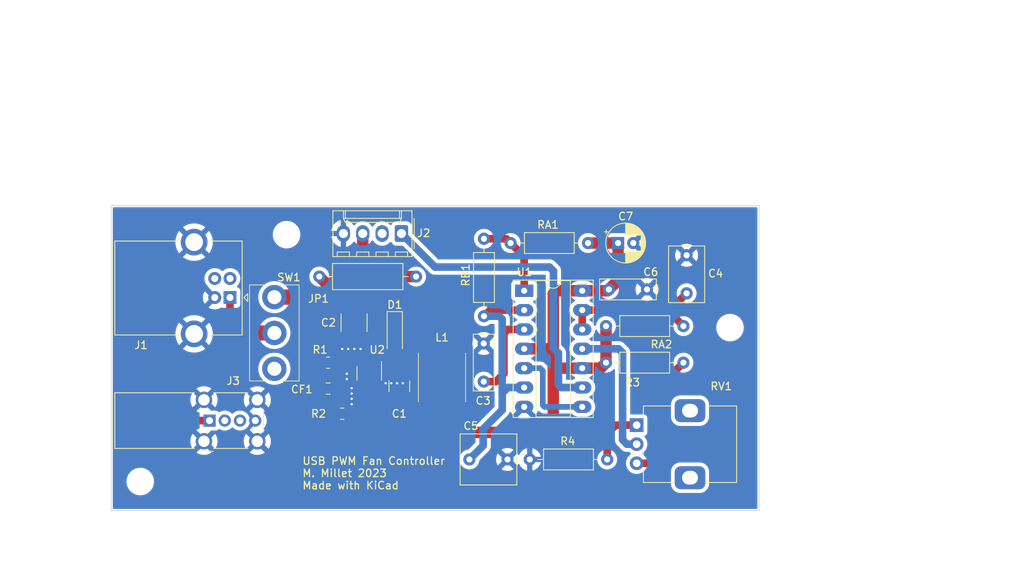
<source format=kicad_pcb>
(kicad_pcb (version 20221018) (generator pcbnew)
  (title_block (title "Usb Air extractor PCB") (date "13/03/2023") (rev "1.1"))
  (layers (0 "F.Cu" signal) (31 "B.Cu" signal) (34 "B.Paste" user) (35 "F.Paste" user) (36 "B.SilkS" user "B.Silkscreen") (37 "F.SilkS" user "F.Silkscreen") (38 "B.Mask" user) (39 "F.Mask" user) (44 "Edge.Cuts" user))
  (net 0 "")
  (net 1 "VCC")
  (net 2 "GND")
  (net 3 "+12V")
  (net 4 "Net-(U1A-CV)")
  (net 5 "Net-(U1B-DIS)")
  (net 6 "Net-(U1A-THR)")
  (net 7 "Net-(U2-FB)")
  (net 8 "Net-(D1-A)")
  (net 9 "PWM")
  (net 11 "Net-(J2-Pin_3)")
  (net 14 "Net-(U1A-DIS)")
  (net 15 "Net-(U1B-CV)")
  (net 16 "Net-(U1A-Q)")
  (net 17 "Net-(J1-VBUS)")
  (net 20 "Net-(R3-Pad2)")
  (net 21 "Net-(R4-Pad1)")
  (footprint "Resistor_THT:R_Axial_DIN0207_L6.3mm_D2.5mm_P10.16mm_Horizontal" (layer "F.Cu") (at 134.925 80.6)
    (fp_text reference "R3" (at 3.48 2.6) (layer "F.SilkS") (effects (font (thickness 0.16))))
    (fp_text value "1.5k")
    (fp_line (start 1.04 0) (end 1.81 0) (stroke (width 0.12)) (layer "F.SilkS"))
    (fp_line (start 1.81 -1.37) (end 1.81 1.37) (stroke (width 0.12)) (layer "F.SilkS"))
    (fp_line (start 1.81 1.37) (end 8.35 1.37) (stroke (width 0.12)) (layer "F.SilkS"))
    (fp_line (start 8.35 -1.37) (end 1.81 -1.37) (stroke (width 0.12)) (layer "F.SilkS"))
    (fp_line (start 8.35 1.37) (end 8.35 -1.37) (stroke (width 0.12)) (layer "F.SilkS"))
    (fp_line (start 9.12 0) (end 8.35 0) (stroke (width 0.12)) (layer "F.SilkS"))
    (pad "1" thru_hole circle (at 0 0) (size 1.6 1.6) (drill 0.8) (layers "*.Cu" "*.Mask") (net 1 "VCC"))
    (pad "2" thru_hole oval (at 10.16 0) (size 1.6 1.6) (drill 0.8) (layers "*.Cu" "*.Mask") (net 20 "Net-(R3-Pad2)"))
  )
  (footprint "Resistor_THT:R_Axial_DIN0207_L6.3mm_D2.5mm_P10.16mm_Horizontal" (layer "F.Cu") (at 134.925 75.8)
    (fp_text reference "RA2" (at 7.275 2.4) (layer "F.SilkS") (effects (font (thickness 0.16))))
    (fp_text value "22k")
    (fp_line (start 1.04 0) (end 1.81 0) (stroke (width 0.12)) (layer "F.SilkS"))
    (fp_line (start 1.81 -1.37) (end 1.81 1.37) (stroke (width 0.12)) (layer "F.SilkS"))
    (fp_line (start 1.81 1.37) (end 8.35 1.37) (stroke (width 0.12)) (layer "F.SilkS"))
    (fp_line (start 8.35 -1.37) (end 1.81 -1.37) (stroke (width 0.12)) (layer "F.SilkS"))
    (fp_line (start 8.35 1.37) (end 8.35 -1.37) (stroke (width 0.12)) (layer "F.SilkS"))
    (fp_line (start 9.12 0) (end 8.35 0) (stroke (width 0.12)) (layer "F.SilkS"))
    (pad "1" thru_hole circle (at 0 0) (size 1.6 1.6) (drill 0.8) (layers "*.Cu" "*.Mask") (net 1 "VCC"))
    (pad "2" thru_hole oval (at 10.16 0) (size 1.6 1.6) (drill 0.8) (layers "*.Cu" "*.Mask") (net 5 "Net-(U1B-DIS)"))
  )
  (footprint "Connector_USB:USB_B_OST_USB-B1HSxx_Horizontal" (layer "F.Cu") (at 85.5775 72.05 180)
    (fp_text reference "J1" (at 11.6775 -6.25) (layer "F.SilkS") (effects (font (thickness 0.16))))
    (fp_text value "USB_B")
    (fp_line (start -2.32 -0.5) (end -2.32 0.5) (stroke (width 0.12)) (layer "F.SilkS"))
    (fp_line (start -2.32 0.5) (end -1.82 0) (stroke (width 0.12)) (layer "F.SilkS"))
    (fp_line (start -1.82 0) (end -2.32 -0.5) (stroke (width 0.12)) (layer "F.SilkS"))
    (fp_line (start -1.6 -4.91) (end -1.6 7.41) (stroke (width 0.12)) (layer "F.SilkS"))
    (fp_line (start -1.6 7.41) (end 2.66 7.41) (stroke (width 0.12)) (layer "F.SilkS"))
    (fp_line (start 2.66 -4.91) (end -1.6 -4.91) (stroke (width 0.12)) (layer "F.SilkS"))
    (fp_line (start 6.76 -4.91) (end 15.12 -4.91) (stroke (width 0.12)) (layer "F.SilkS"))
    (fp_line (start 15.12 -4.91) (end 15.12 7.41) (stroke (width 0.12)) (layer "F.SilkS"))
    (fp_line (start 15.12 7.41) (end 6.76 7.41) (stroke (width 0.12)) (layer "F.SilkS"))
    (pad "1" thru_hole rect (at 0 0 180) (size 1.7 1.7) (drill 0.92) (layers "*.Cu" "*.Mask") (net 17 "Net-(J1-VBUS)"))
    (pad "2" thru_hole circle (at 0 2.5 180) (size 1.7 1.7) (drill 0.92) (layers "*.Cu" "*.Mask"))
    (pad "3" thru_hole circle (at 2 2.5 180) (size 1.7 1.7) (drill 0.92) (layers "*.Cu" "*.Mask"))
    (pad "4" thru_hole circle (at 2 0 180) (size 1.7 1.7) (drill 0.92) (layers "*.Cu" "*.Mask") (net 2 "GND"))
    (pad "5" thru_hole circle (at 4.71 -4.77 180) (size 3.5 3.5) (drill 2.33) (layers "*.Cu" "*.Mask") (net 2 "GND"))
    (pad "5" thru_hole circle (at 4.71 7.27 180) (size 3.5 3.5) (drill 2.33) (layers "*.Cu" "*.Mask") (net 2 "GND"))
  )
  (footprint "Package_DIP:DIP-14_W7.62mm_Socket_LongPads" (layer "F.Cu") (at 124.185 71.16)
    (fp_text reference "U1" (at 0.02 -2.46) (layer "F.SilkS") (effects (font (thickness 0.16))))
    (fp_text value "NE556")
    (fp_line (start -1.44 -1.39) (end -1.44 16.63) (stroke (width 0.12)) (layer "F.SilkS"))
    (fp_line (start -1.44 16.63) (end 9.06 16.63) (stroke (width 0.12)) (layer "F.SilkS"))
    (fp_line (start 1.56 -1.33) (end 1.56 16.57) (stroke (width 0.12)) (layer "F.SilkS"))
    (fp_line (start 1.56 16.57) (end 6.06 16.57) (stroke (width 0.12)) (layer "F.SilkS"))
    (fp_line (start 2.81 -1.33) (end 1.56 -1.33) (stroke (width 0.12)) (layer "F.SilkS"))
    (fp_line (start 6.06 -1.33) (end 4.81 -1.33) (stroke (width 0.12)) (layer "F.SilkS"))
    (fp_line (start 6.06 16.57) (end 6.06 -1.33) (stroke (width 0.12)) (layer "F.SilkS"))
    (fp_line (start 9.06 -1.39) (end -1.44 -1.39) (stroke (width 0.12)) (layer "F.SilkS"))
    (fp_line (start 9.06 16.63) (end 9.06 -1.39) (stroke (width 0.12)) (layer "F.SilkS"))
    (fp_arc (start 4.81 -1.33) (mid 3.81 -0.33) (end 2.81 -1.33) (stroke (width 0.12)) (layer "F.SilkS"))
    (pad "1" thru_hole rect (at 0 0) (size 2.4 1.6) (drill 0.8) (layers "*.Cu" "*.Mask") (net 14 "Net-(U1A-DIS)"))
    (pad "2" thru_hole oval (at 0 2.54) (size 2.4 1.6) (drill 0.8) (layers "*.Cu" "*.Mask") (net 6 "Net-(U1A-THR)"))
    (pad "3" thru_hole oval (at 0 5.08) (size 2.4 1.6) (drill 0.8) (layers "*.Cu" "*.Mask") (net 4 "Net-(U1A-CV)"))
    (pad "4" thru_hole oval (at 0 7.62) (size 2.4 1.6) (drill 0.8) (layers "*.Cu" "*.Mask") (net 1 "VCC"))
    (pad "5" thru_hole oval (at 0 10.16) (size 2.4 1.6) (drill 0.8) (layers "*.Cu" "*.Mask") (net 16 "Net-(U1A-Q)"))
    (pad "6" thru_hole oval (at 0 12.7) (size 2.4 1.6) (drill 0.8) (layers "*.Cu" "*.Mask") (net 6 "Net-(U1A-THR)"))
    (pad "7" thru_hole oval (at 0 15.24) (size 2.4 1.6) (drill 0.8) (layers "*.Cu" "*.Mask") (net 2 "GND"))
    (pad "8" thru_hole oval (at 7.62 15.24) (size 2.4 1.6) (drill 0.8) (layers "*.Cu" "*.Mask") (net 16 "Net-(U1A-Q)"))
    (pad "9" thru_hole oval (at 7.62 12.7) (size 2.4 1.6) (drill 0.8) (layers "*.Cu" "*.Mask") (net 9 "PWM"))
    (pad "10" thru_hole oval (at 7.62 10.16) (size 2.4 1.6) (drill 0.8) (layers "*.Cu" "*.Mask") (net 1 "VCC"))
    (pad "11" thru_hole oval (at 7.62 7.62) (size 2.4 1.6) (drill 0.8) (layers "*.Cu" "*.Mask") (net 15 "Net-(U1B-CV)"))
    (pad "12" thru_hole oval (at 7.62 5.08) (size 2.4 1.6) (drill 0.8) (layers "*.Cu" "*.Mask") (net 5 "Net-(U1B-DIS)"))
    (pad "13" thru_hole oval (at 7.62 2.54) (size 2.4 1.6) (drill 0.8) (layers "*.Cu" "*.Mask") (net 5 "Net-(U1B-DIS)"))
    (pad "14" thru_hole oval (at 7.62 0) (size 2.4 1.6) (drill 0.8) (layers "*.Cu" "*.Mask") (net 1 "VCC"))
  )
  (footprint "Connector_Molex:Molex_KK-254_AE-6410-04A_1x04_P2.54mm_Vertical" (layer "F.Cu") (at 108.08 63.65 180)
    (fp_text reference "J2" (at -2.92 0.05) (layer "F.SilkS") (effects (font (thickness 0.16))))
    (fp_text value "Molex 2.54mm")
    (fp_line (start -1.67 -2) (end -1.67 2) (stroke (width 0.12)) (layer "F.SilkS"))
    (fp_line (start -1.38 -3.03) (end -1.38 2.99) (stroke (width 0.12)) (layer "F.SilkS"))
    (fp_line (start -1.38 2.99) (end 9 2.99) (stroke (width 0.12)) (layer "F.SilkS"))
    (fp_line (start -0.8 -3.03) (end -0.8 -2.43) (stroke (width 0.12)) (layer "F.SilkS"))
    (fp_line (start -0.8 -2.43) (end 0.8 -2.43) (stroke (width 0.12)) (layer "F.SilkS"))
    (fp_line (start 0 1.99) (end 0.25 1.46) (stroke (width 0.12)) (layer "F.SilkS"))
    (fp_line (start 0 1.99) (end 7.62 1.99) (stroke (width 0.12)) (layer "F.SilkS"))
    (fp_line (start 0 2.99) (end 0 1.99) (stroke (width 0.12)) (layer "F.SilkS"))
    (fp_line (start 0.25 1.46) (end 7.37 1.46) (stroke (width 0.12)) (layer "F.SilkS"))
    (fp_line (start 0.25 2.99) (end 0.25 1.99) (stroke (width 0.12)) (layer "F.SilkS"))
    (fp_line (start 0.8 -2.43) (end 0.8 -3.03) (stroke (width 0.12)) (layer "F.SilkS"))
    (fp_line (start 1.74 -3.03) (end 1.74 -2.43) (stroke (width 0.12)) (layer "F.SilkS"))
    (fp_line (start 1.74 -2.43) (end 3.34 -2.43) (stroke (width 0.12)) (layer "F.SilkS"))
    (fp_line (start 3.34 -2.43) (end 3.34 -3.03) (stroke (width 0.12)) (layer "F.SilkS"))
    (fp_line (start 4.28 -3.03) (end 4.28 -2.43) (stroke (width 0.12)) (layer "F.SilkS"))
    (fp_line (start 4.28 -2.43) (end 5.88 -2.43) (stroke (width 0.12)) (layer "F.SilkS"))
    (fp_line (start 5.88 -2.43) (end 5.88 -3.03) (stroke (width 0.12)) (layer "F.SilkS"))
    (fp_line (start 6.82 -3.03) (end 6.82 -2.43) (stroke (width 0.12)) (layer "F.SilkS"))
    (fp_line (start 6.82 -2.43) (end 8.42 -2.43) (stroke (width 0.12)) (layer "F.SilkS"))
    (fp_line (start 7.37 1.46) (end 7.62 1.99) (stroke (width 0.12)) (layer "F.SilkS"))
    (fp_line (start 7.37 2.99) (end 7.37 1.99) (stroke (width 0.12)) (layer "F.SilkS"))
    (fp_line (start 7.62 1.99) (end 7.62 2.99) (stroke (width 0.12)) (layer "F.SilkS"))
    (fp_line (start 8.42 -2.43) (end 8.42 -3.03) (stroke (width 0.12)) (layer "F.SilkS"))
    (fp_line (start 9 -3.03) (end -1.38 -3.03) (stroke (width 0.12)) (layer "F.SilkS"))
    (fp_line (start 9 2.99) (end 9 -3.03) (stroke (width 0.12)) (layer "F.SilkS"))
    (pad "1" thru_hole roundrect (at 0 0 180) (size 1.74 2.19) (drill 1.19) (layers "*.Cu" "*.Mask") (roundrect_rratio 0.1436781609) (net 9 "PWM"))
    (pad "2" thru_hole oval (at 2.54 0 180) (size 1.74 2.19) (drill 1.19) (layers "*.Cu" "*.Mask"))
    (pad "3" thru_hole oval (at 5.08 0 180) (size 1.74 2.19) (drill 1.19) (layers "*.Cu" "*.Mask") (net 11 "Net-(J2-Pin_3)"))
    (pad "4" thru_hole oval (at 7.62 0 180) (size 1.74 2.19) (drill 1.19) (layers "*.Cu" "*.Mask") (net 2 "GND"))
  )
  (footprint "MountingHole:MountingHole_3.2mm_M3" (layer "F.Cu") (at 73.8 96.2)
    (fp_text reference "REF**" hide)
    (fp_text value "MountingHole_3.2mm_M3")
    (pad "" np_thru_hole circle (at 0 0) (size 3.2 3.2) (drill 3.2) (layers "*.Cu" "*.Mask"))
  )
  (footprint "Connector_USB:USB_A_Wuerth_614004134726_Horizontal" (layer "F.Cu") (at 82.89 88.2)
    (fp_text reference "J3" (at 3.11 -5.2) (layer "F.SilkS") (effects (font (thickness 0.16))))
    (fp_text value "USB_A")
    (fp_line (start -12.43 -3.65) (end -12.43 3.65) (stroke (width 0.12)) (layer "F.SilkS"))
    (fp_line (start -12.43 -3.65) (end -1.98 -3.65) (stroke (width 0.12)) (layer "F.SilkS"))
    (fp_line (start -12.43 3.65) (end -1.98 3.65) (stroke (width 0.12)) (layer "F.SilkS"))
    (fp_line (start -0.5 4.03) (end 0.5 4.03) (stroke (width 0.12)) (layer "F.SilkS"))
    (fp_line (start 0.52 -3.65) (end 5.02 -3.65) (stroke (width 0.12)) (layer "F.SilkS"))
    (fp_line (start 0.52 3.65) (end 5.02 3.65) (stroke (width 0.12)) (layer "F.SilkS"))
    (fp_line (start 7.07 -1.5) (end 7.07 1.5) (stroke (width 0.12)) (layer "F.SilkS"))
    (pad "1" thru_hole rect (at 0 0) (size 1.6 1.6) (drill 0.92) (layers "*.Cu" "*.Mask") (net 17 "Net-(J1-VBUS)"))
    (pad "2" thru_hole circle (at 2 0) (size 1.6 1.6) (drill 0.92) (layers "*.Cu" "*.Mask"))
    (pad "3" thru_hole circle (at 4 0) (size 1.6 1.6) (drill 0.92) (layers "*.Cu" "*.Mask"))
    (pad "4" thru_hole circle (at 6 0) (size 1.6 1.6) (drill 0.92) (layers "*.Cu" "*.Mask") (net 2 "GND"))
    (pad "5" thru_hole circle (at -0.73 -2.72) (size 2.15 2.15) (drill 1.5) (layers "*.Cu" "*.Mask") (net 2 "GND"))
    (pad "5" thru_hole circle (at -0.73 2.72) (size 2.15 2.15) (drill 1.5) (layers "*.Cu" "*.Mask") (net 2 "GND"))
    (pad "5" thru_hole circle (at 6.27 -2.72) (size 2.15 2.15) (drill 1.5) (layers "*.Cu" "*.Mask") (net 2 "GND"))
    (pad "5" thru_hole circle (at 6.27 2.72) (size 2.15 2.15) (drill 1.5) (layers "*.Cu" "*.Mask") (net 2 "GND"))
  )
  (footprint "Capacitor_THT:C_Rect_L7.2mm_W4.5mm_P5.00mm_FKS2_FKP2_MKS2_MKP2" (layer "F.Cu") (at 145.505 71.5 90)
    (fp_text reference "C4" (at 2.6 3.8 180) (layer "F.SilkS") (effects (font (thickness 0.16))))
    (fp_text value "4.7n")
    (fp_line (start -1.22 -2.37) (end -1.22 2.37) (stroke (width 0.12)) (layer "F.SilkS"))
    (fp_line (start -1.22 -2.37) (end 6.22 -2.37) (stroke (width 0.12)) (layer "F.SilkS"))
    (fp_line (start -1.22 2.37) (end 6.22 2.37) (stroke (width 0.12)) (layer "F.SilkS"))
    (fp_line (start 6.22 -2.37) (end 6.22 2.37) (stroke (width 0.12)) (layer "F.SilkS"))
    (pad "1" thru_hole circle (at 0 0 90) (size 1.6 1.6) (drill 0.8) (layers "*.Cu" "*.Mask") (net 5 "Net-(U1B-DIS)"))
    (pad "2" thru_hole circle (at 5 0 90) (size 1.6 1.6) (drill 0.8) (layers "*.Cu" "*.Mask") (net 2 "GND"))
  )
  (footprint "MountingHole:MountingHole_3.2mm_M3" (layer "F.Cu") (at 151.2 76)
    (fp_text reference "REF**" hide)
    (fp_text value "MountingHole_3.2mm_M3")
    (pad "" np_thru_hole circle (at 0 0) (size 3.2 3.2) (drill 3.2) (layers "*.Cu" "*.Mask"))
  )
  (footprint "Resistor_THT:R_Axial_DIN0309_L9.0mm_D3.2mm_P12.70mm_Horizontal" (layer "F.Cu") (at 97.3 69.3)
    (fp_text reference "JP1" (at -0.1 2.9) (layer "F.SilkS") (effects (font (thickness 0.16))))
    (fp_text value "Jumper_2_Bridged")
    (fp_line (start 1.04 0) (end 1.73 0) (stroke (width 0.12)) (layer "F.SilkS"))
    (fp_line (start 1.73 -1.72) (end 1.73 1.72) (stroke (width 0.12)) (layer "F.SilkS"))
    (fp_line (start 1.73 1.72) (end 10.97 1.72) (stroke (width 0.12)) (layer "F.SilkS"))
    (fp_line (start 10.97 -1.72) (end 1.73 -1.72) (stroke (width 0.12)) (layer "F.SilkS"))
    (fp_line (start 10.97 1.72) (end 10.97 -1.72) (stroke (width 0.12)) (layer "F.SilkS"))
    (fp_line (start 11.66 0) (end 10.97 0) (stroke (width 0.12)) (layer "F.SilkS"))
    (pad "1" thru_hole circle (at 0 0) (size 1.6 1.6) (drill 0.8) (layers "*.Cu" "*.Mask") (net 3 "+12V"))
    (pad "2" thru_hole oval (at 12.7 0) (size 1.6 1.6) (drill 0.8) (layers "*.Cu" "*.Mask") (net 11 "Net-(J2-Pin_3)"))
  )
  (footprint "Potentiometer_THT:Potentiometer_Alps_RK09K_Single_Vertical" (layer "F.Cu") (at 138.95 88.8)
    (fp_text reference "RV1" (at 11.1 -5.1) (layer "F.SilkS") (effects (font (thickness 0.16))))
    (fp_text value "10K")
    (fp_line (start 0.88 -2.521) (end 0.88 -1.2) (stroke (width 0.12)) (layer "F.SilkS"))
    (fp_line (start 0.88 -2.521) (end 4.817 -2.521) (stroke (width 0.12)) (layer "F.SilkS"))
    (fp_line (start 0.88 1.25) (end 0.88 1.63) (stroke (width 0.12)) (layer "F.SilkS"))
    (fp_line (start 0.88 3.371) (end 0.88 4.13) (stroke (width 0.12)) (layer "F.SilkS"))
    (fp_line (start 0.88 5.87) (end 0.88 7.52) (stroke (width 0.12)) (layer "F.SilkS"))
    (fp_line (start 0.88 7.52) (end 4.817 7.52) (stroke (width 0.12)) (layer "F.SilkS"))
    (fp_line (start 9.184 -2.521) (end 13.12 -2.521) (stroke (width 0.12)) (layer "F.SilkS"))
    (fp_line (start 9.184 7.52) (end 13.12 7.52) (stroke (width 0.12)) (layer "F.SilkS"))
    (fp_line (start 13.12 -2.521) (end 13.12 7.52) (stroke (width 0.12)) (layer "F.SilkS"))
    (pad "1" thru_hole rect (at 0 0) (size 1.8 1.8) (drill 1) (layers "*.Cu" "*.Mask") (net 21 "Net-(R4-Pad1)"))
    (pad "2" thru_hole circle (at 0 2.5) (size 1.8 1.8) (drill 1) (layers "*.Cu" "*.Mask") (net 15 "Net-(U1B-CV)"))
    (pad "3" thru_hole circle (at 0 5) (size 1.8 1.8) (drill 1) (layers "*.Cu" "*.Mask") (net 20 "Net-(R3-Pad2)"))
    (pad "MP" thru_hole roundrect (at 7 -1.9) (size 4 3) (drill oval 2.1 1.8) (layers "*.Cu" "*.Mask"))
    (pad "MP" thru_hole roundrect (at 7 6.9) (size 4 3) (drill oval 2.1 1.8) (layers "*.Cu" "*.Mask"))
  )
  (footprint "Capacitor_THT:C_Rect_L7.2mm_W2.5mm_P5.00mm_FKS2_FKP2_MKS2_MKP2" (layer "F.Cu") (at 118.88 83.085 90)
    (fp_text reference "C3" (at -2.515 -0.08 180) (layer "F.SilkS") (effects (font (thickness 0.16))))
    (fp_text value "100nf")
    (fp_line (start -1.22 -1.37) (end -1.22 1.37) (stroke (width 0.12)) (layer "F.SilkS"))
    (fp_line (start -1.22 -1.37) (end 6.22 -1.37) (stroke (width 0.12)) (layer "F.SilkS"))
    (fp_line (start -1.22 1.37) (end 6.22 1.37) (stroke (width 0.12)) (layer "F.SilkS"))
    (fp_line (start 6.22 -1.37) (end 6.22 1.37) (stroke (width 0.12)) (layer "F.SilkS"))
    (pad "1" thru_hole circle (at 0 0 90) (size 1.6 1.6) (drill 0.8) (layers "*.Cu" "*.Mask") (net 4 "Net-(U1A-CV)"))
    (pad "2" thru_hole circle (at 5 0 90) (size 1.6 1.6) (drill 0.8) (layers "*.Cu" "*.Mask") (net 2 "GND"))
  )
  (footprint "Capacitor_THT:CP_Radial_D5.0mm_P2.00mm" (layer "F.Cu") (at 136.505 64.9)
    (fp_text reference "C7" (at 1 -3.5) (layer "F.SilkS") (effects (font (thickness 0.16))))
    (fp_text value "2.2uF")
    (fp_line (start -1.804775 -1.475) (end -1.304775 -1.475) (stroke (width 0.12)) (layer "F.SilkS"))
    (fp_line (start -1.554775 -1.725) (end -1.554775 -1.225) (stroke (width 0.12)) (layer "F.SilkS"))
    (fp_line (start 1 -2.58) (end 1 -1.04) (stroke (width 0.12)) (layer "F.SilkS"))
    (fp_line (start 1 1.04) (end 1 2.58) (stroke (width 0.12)) (layer "F.SilkS"))
    (fp_line (start 1.04 -2.58) (end 1.04 -1.04) (stroke (width 0.12)) (layer "F.SilkS"))
    (fp_line (start 1.04 1.04) (end 1.04 2.58) (stroke (width 0.12)) (layer "F.SilkS"))
    (fp_line (start 1.08 -2.579) (end 1.08 -1.04) (stroke (width 0.12)) (layer "F.SilkS"))
    (fp_line (start 1.08 1.04) (end 1.08 2.579) (stroke (width 0.12)) (layer "F.SilkS"))
    (fp_line (start 1.12 -2.578) (end 1.12 -1.04) (stroke (width 0.12)) (layer "F.SilkS"))
    (fp_line (start 1.12 1.04) (end 1.12 2.578) (stroke (width 0.12)) (layer "F.SilkS"))
    (fp_line (start 1.16 -2.576) (end 1.16 -1.04) (stroke (width 0.12)) (layer "F.SilkS"))
    (fp_line (start 1.16 1.04) (end 1.16 2.576) (stroke (width 0.12)) (layer "F.SilkS"))
    (fp_line (start 1.2 -2.573) (end 1.2 -1.04) (stroke (width 0.12)) (layer "F.SilkS"))
    (fp_line (start 1.2 1.04) (end 1.2 2.573) (stroke (width 0.12)) (layer "F.SilkS"))
    (fp_line (start 1.24 -2.569) (end 1.24 -1.04) (stroke (width 0.12)) (layer "F.SilkS"))
    (fp_line (start 1.24 1.04) (end 1.24 2.569) (stroke (width 0.12)) (layer "F.SilkS"))
    (fp_line (start 1.28 -2.565) (end 1.28 -1.04) (stroke (width 0.12)) (layer "F.SilkS"))
    (fp_line (start 1.28 1.04) (end 1.28 2.565) (stroke (width 0.12)) (layer "F.SilkS"))
    (fp_line (start 1.32 -2.561) (end 1.32 -1.04) (stroke (width 0.12)) (layer "F.SilkS"))
    (fp_line (start 1.32 1.04) (end 1.32 2.561) (stroke (width 0.12)) (layer "F.SilkS"))
    (fp_line (start 1.36 -2.556) (end 1.36 -1.04) (stroke (width 0.12)) (layer "F.SilkS"))
    (fp_line (start 1.36 1.04) (end 1.36 2.556) (stroke (width 0.12)) (layer "F.SilkS"))
    (fp_line (start 1.4 -2.55) (end 1.4 -1.04) (stroke (width 0.12)) (layer "F.SilkS"))
    (fp_line (start 1.4 1.04) (end 1.4 2.55) (stroke (width 0.12)) (layer "F.SilkS"))
    (fp_line (start 1.44 -2.543) (end 1.44 -1.04) (stroke (width 0.12)) (layer "F.SilkS"))
    (fp_line (start 1.44 1.04) (end 1.44 2.543) (stroke (width 0.12)) (layer "F.SilkS"))
    (fp_line (start 1.48 -2.536) (end 1.48 -1.04) (stroke (width 0.12)) (layer "F.SilkS"))
    (fp_line (start 1.48 1.04) (end 1.48 2.536) (stroke (width 0.12)) (layer "F.SilkS"))
    (fp_line (start 1.52 -2.528) (end 1.52 -1.04) (stroke (width 0.12)) (layer "F.SilkS"))
    (fp_line (start 1.52 1.04) (end 1.52 2.528) (stroke (width 0.12)) (layer "F.SilkS"))
    (fp_line (start 1.56 -2.52) (end 1.56 -1.04) (stroke (width 0.12)) (layer "F.SilkS"))
    (fp_line (start 1.56 1.04) (end 1.56 2.52) (stroke (width 0.12)) (layer "F.SilkS"))
    (fp_line (start 1.6 -2.511) (end 1.6 -1.04) (stroke (width 0.12)) (layer "F.SilkS"))
    (fp_line (start 1.6 1.04) (end 1.6 2.511) (stroke (width 0.12)) (layer "F.SilkS"))
    (fp_line (start 1.64 -2.501) (end 1.64 -1.04) (stroke (width 0.12)) (layer "F.SilkS"))
    (fp_line (start 1.64 1.04) (end 1.64 2.501) (stroke (width 0.12)) (layer "F.SilkS"))
    (fp_line (start 1.68 -2.491) (end 1.68 -1.04) (stroke (width 0.12)) (layer "F.SilkS"))
    (fp_line (start 1.68 1.04) (end 1.68 2.491) (stroke (width 0.12)) (layer "F.SilkS"))
    (fp_line (start 1.721 -2.48) (end 1.721 -1.04) (stroke (width 0.12)) (layer "F.SilkS"))
    (fp_line (start 1.721 1.04) (end 1.721 2.48) (stroke (width 0.12)) (layer "F.SilkS"))
    (fp_line (start 1.761 -2.468) (end 1.761 -1.04) (stroke (width 0.12)) (layer "F.SilkS"))
    (fp_line (start 1.761 1.04) (end 1.761 2.468) (stroke (width 0.12)) (layer "F.SilkS"))
    (fp_line (start 1.801 -2.455) (end 1.801 -1.04) (stroke (width 0.12)) (layer "F.SilkS"))
    (fp_line (start 1.801 1.04) (end 1.801 2.455) (stroke (width 0.12)) (layer "F.SilkS"))
    (fp_line (start 1.841 -2.442) (end 1.841 -1.04) (stroke (width 0.12)) (layer "F.SilkS"))
    (fp_line (start 1.841 1.04) (end 1.841 2.442) (stroke (width 0.12)) (layer "F.SilkS"))
    (fp_line (start 1.881 -2.428) (end 1.881 -1.04) (stroke (width 0.12)) (layer "F.SilkS"))
    (fp_line (start 1.881 1.04) (end 1.881 2.428) (stroke (width 0.12)) (layer "F.SilkS"))
    (fp_line (start 1.921 -2.414) (end 1.921 -1.04) (stroke (width 0.12)) (layer "F.SilkS"))
    (fp_line (start 1.921 1.04) (end 1.921 2.414) (stroke (width 0.12)) (layer "F.SilkS"))
    (fp_line (start 1.961 -2.398) (end 1.961 -1.04) (stroke (width 0.12)) (layer "F.SilkS"))
    (fp_line (start 1.961 1.04) (end 1.961 2.398) (stroke (width 0.12)) (layer "F.SilkS"))
    (fp_line (start 2.001 -2.382) (end 2.001 -1.04) (stroke (width 0.12)) (layer "F.SilkS"))
    (fp_line (start 2.001 1.04) (end 2.001 2.382) (stroke (width 0.12)) (layer "F.SilkS"))
    (fp_line (start 2.041 -2.365) (end 2.041 -1.04) (stroke (width 0.12)) (layer "F.SilkS"))
    (fp_line (start 2.041 1.04) (end 2.041 2.365) (stroke (width 0.12)) (layer "F.SilkS"))
    (fp_line (start 2.081 -2.348) (end 2.081 -1.04) (stroke (width 0.12)) (layer "F.SilkS"))
    (fp_line (start 2.081 1.04) (end 2.081 2.348) (stroke (width 0.12)) (layer "F.SilkS"))
    (fp_line (start 2.121 -2.329) (end 2.121 -1.04) (stroke (width 0.12)) (layer "F.SilkS"))
    (fp_line (start 2.121 1.04) (end 2.121 2.329) (stroke (width 0.12)) (layer "F.SilkS"))
    (fp_line (start 2.161 -2.31) (end 2.161 -1.04) (stroke (width 0.12)) (layer "F.SilkS"))
    (fp_line (start 2.161 1.04) (end 2.161 2.31) (stroke (width 0.12)) (layer "F.SilkS"))
    (fp_line (start 2.201 -2.29) (end 2.201 -1.04) (stroke (width 0.12)) (layer "F.SilkS"))
    (fp_line (start 2.201 1.04) (end 2.201 2.29) (stroke (width 0.12)) (layer "F.SilkS"))
    (fp_line (start 2.241 -2.268) (end 2.241 -1.04) (stroke (width 0.12)) (layer "F.SilkS"))
    (fp_line (start 2.241 1.04) (end 2.241 2.268) (stroke (width 0.12)) (layer "F.SilkS"))
    (fp_line (start 2.281 -2.247) (end 2.281 -1.04) (stroke (width 0.12)) (layer "F.SilkS"))
    (fp_line (start 2.281 1.04) (end 2.281 2.247) (stroke (width 0.12)) (layer "F.SilkS"))
    (fp_line (start 2.321 -2.224) (end 2.321 -1.04) (stroke (width 0.12)) (layer "F.SilkS"))
    (fp_line (start 2.321 1.04) (end 2.321 2.224) (stroke (width 0.12)) (layer "F.SilkS"))
    (fp_line (start 2.361 -2.2) (end 2.361 -1.04) (stroke (width 0.12)) (layer "F.SilkS"))
    (fp_line (start 2.361 1.04) (end 2.361 2.2) (stroke (width 0.12)) (layer "F.SilkS"))
    (fp_line (start 2.401 -2.175) (end 2.401 -1.04) (stroke (width 0.12)) (layer "F.SilkS"))
    (fp_line (start 2.401 1.04) (end 2.401 2.175) (stroke (width 0.12)) (layer "F.SilkS"))
    (fp_line (start 2.441 -2.149) (end 2.441 -1.04) (stroke (width 0.12)) (layer "F.SilkS"))
    (fp_line (start 2.441 1.04) (end 2.441 2.149) (stroke (width 0.12)) (layer "F.SilkS"))
    (fp_line (start 2.481 -2.122) (end 2.481 -1.04) (stroke (width 0.12)) (layer "F.SilkS"))
    (fp_line (start 2.481 1.04) (end 2.481 2.122) (stroke (width 0.12)) (layer "F.SilkS"))
    (fp_line (start 2.521 -2.095) (end 2.521 -1.04) (stroke (width 0.12)) (layer "F.SilkS"))
    (fp_line (start 2.521 1.04) (end 2.521 2.095) (stroke (width 0.12)) (layer "F.SilkS"))
    (fp_line (start 2.561 -2.065) (end 2.561 -1.04) (stroke (width 0.12)) (layer "F.SilkS"))
    (fp_line (start 2.561 1.04) (end 2.561 2.065) (stroke (width 0.12)) (layer "F.SilkS"))
    (fp_line (start 2.601 -2.035) (end 2.601 -1.04) (stroke (width 0.12)) (layer "F.SilkS"))
    (fp_line (start 2.601 1.04) (end 2.601 2.035) (stroke (width 0.12)) (layer "F.SilkS"))
    (fp_line (start 2.641 -2.004) (end 2.641 -1.04) (stroke (width 0.12)) (layer "F.SilkS"))
    (fp_line (start 2.641 1.04) (end 2.641 2.004) (stroke (width 0.12)) (layer "F.SilkS"))
    (fp_line (start 2.681 -1.971) (end 2.681 -1.04) (stroke (width 0.12)) (layer "F.SilkS"))
    (fp_line (start 2.681 1.04) (end 2.681 1.971) (stroke (width 0.12)) (layer "F.SilkS"))
    (fp_line (start 2.721 -1.937) (end 2.721 -1.04) (stroke (width 0.12)) (layer "F.SilkS"))
    (fp_line (start 2.721 1.04) (end 2.721 1.937) (stroke (width 0.12)) (layer "F.SilkS"))
    (fp_line (start 2.761 -1.901) (end 2.761 -1.04) (stroke (width 0.12)) (layer "F.SilkS"))
    (fp_line (start 2.761 1.04) (end 2.761 1.901) (stroke (width 0.12)) (layer "F.SilkS"))
    (fp_line (start 2.801 -1.864) (end 2.801 -1.04) (stroke (width 0.12)) (layer "F.SilkS"))
    (fp_line (start 2.801 1.04) (end 2.801 1.864) (stroke (width 0.12)) (layer "F.SilkS"))
    (fp_line (start 2.841 -1.826) (end 2.841 -1.04) (stroke (width 0.12)) (layer "F.SilkS"))
    (fp_line (start 2.841 1.04) (end 2.841 1.826) (stroke (width 0.12)) (layer "F.SilkS"))
    (fp_line (start 2.881 -1.785) (end 2.881 -1.04) (stroke (width 0.12)) (layer "F.SilkS"))
    (fp_line (start 2.881 1.04) (end 2.881 1.785) (stroke (width 0.12)) (layer "F.SilkS"))
    (fp_line (start 2.921 -1.743) (end 2.921 -1.04) (stroke (width 0.12)) (layer "F.SilkS"))
    (fp_line (start 2.921 1.04) (end 2.921 1.743) (stroke (width 0.12)) (layer "F.SilkS"))
    (fp_line (start 2.961 -1.699) (end 2.961 -1.04) (stroke (width 0.12)) (layer "F.SilkS"))
    (fp_line (start 2.961 1.04) (end 2.961 1.699) (stroke (width 0.12)) (layer "F.SilkS"))
    (fp_line (start 3.001 -1.653) (end 3.001 -1.04) (stroke (width 0.12)) (layer "F.SilkS"))
    (fp_line (start 3.001 1.04) (end 3.001 1.653) (stroke (width 0.12)) (layer "F.SilkS"))
    (fp_line (start 3.041 -1.605) (end 3.041 1.605) (stroke (width 0.12)) (layer "F.SilkS"))
    (fp_line (start 3.081 -1.554) (end 3.081 1.554) (stroke (width 0.12)) (layer "F.SilkS"))
    (fp_line (start 3.121 -1.5) (end 3.121 1.5) (stroke (width 0.12)) (layer "F.SilkS"))
    (fp_line (start 3.161 -1.443) (end 3.161 1.443) (stroke (width 0.12)) (layer "F.SilkS"))
    (fp_line (start 3.201 -1.383) (end 3.201 1.383) (stroke (width 0.12)) (layer "F.SilkS"))
    (fp_line (start 3.241 -1.319) (end 3.241 1.319) (stroke (width 0.12)) (layer "F.SilkS"))
    (fp_line (start 3.281 -1.251) (end 3.281 1.251) (stroke (width 0.12)) (layer "F.SilkS"))
    (fp_line (start 3.321 -1.178) (end 3.321 1.178) (stroke (width 0.12)) (layer "F.SilkS"))
    (fp_line (start 3.361 -1.098) (end 3.361 1.098) (stroke (width 0.12)) (layer "F.SilkS"))
    (fp_line (start 3.401 -1.011) (end 3.401 1.011) (stroke (width 0.12)) (layer "F.SilkS"))
    (fp_line (start 3.441 -0.915) (end 3.441 0.915) (stroke (width 0.12)) (layer "F.SilkS"))
    (fp_line (start 3.481 -0.805) (end 3.481 0.805) (stroke (width 0.12)) (layer "F.SilkS"))
    (fp_line (start 3.521 -0.677) (end 3.521 0.677) (stroke (width 0.12)) (layer "F.SilkS"))
    (fp_line (start 3.561 -0.518) (end 3.561 0.518) (stroke (width 0.12)) (layer "F.SilkS"))
    (fp_line (start 3.601 -0.284) (end 3.601 0.284) (stroke (width 0.12)) (layer "F.SilkS"))
    (fp_circle (center 1 0) (end 3.62 0) (stroke (width 0.12)) (fill none) (layer "F.SilkS"))
    (pad "1" thru_hole rect (at 0 0) (size 1.6 1.6) (drill 0.8) (layers "*.Cu" "*.Mask") (net 1 "VCC"))
    (pad "2" thru_hole circle (at 2 0) (size 1.6 1.6) (drill 0.8) (layers "*.Cu" "*.Mask") (net 2 "GND"))
  )
  (footprint "Button_Switch_THT:SW_DIP_SPDT_P4.7" (layer "F.Cu") (at 91.4 76.7 90)
    (fp_text reference "SW1" (at 7.3 1.9 unlocked) (layer "F.SilkS") (effects (font (thickness 0.16))))
    (fp_text value "SW_SPDT")
    (fp_line (start -6.3 -3.25) (end 6.3 -3.25) (stroke (width 0.1)) (layer "F.SilkS"))
    (fp_line (start -6.3 -1) (end -6.3 -3.25) (stroke (width 0.1)) (layer "F.SilkS"))
    (fp_line (start -6.3 1) (end -6.3 3.25) (stroke (width 0.1)) (layer "F.SilkS"))
    (fp_line (start -6.3 3.25) (end 6.3 3.25) (stroke (width 0.1)) (layer "F.SilkS"))
    (fp_line (start 6.3 -3.25) (end 6.3 -1) (stroke (width 0.1)) (layer "F.SilkS"))
    (fp_line (start 6.3 3.25) (end 6.3 1) (stroke (width 0.1)) (layer "F.SilkS"))
    (pad "1" thru_hole circle (at -4.7 0 90) (size 3.2 3.2) (drill 1.85) (layers "*.Cu" "*.Mask"))
    (pad "2" thru_hole circle (at 0 0 90) (size 3.2 3.2) (drill 1.85) (layers "*.Cu" "*.Mask") (net 17 "Net-(J1-VBUS)"))
    (pad "3" thru_hole circle (at 4.7 0 90) (size 3.2 3.2) (drill 1.85) (layers "*.Cu" "*.Mask") (net 1 "VCC"))
  )
  (footprint "Resistor_THT:R_Axial_DIN0207_L6.3mm_D2.5mm_P10.16mm_Horizontal" (layer "F.Cu") (at 118.905 64.34 -90)
    (fp_text reference "RB1" (at 4.76 2.4 90) (layer "F.SilkS") (effects (font (thickness 0.16))))
    (fp_text value "220")
    (fp_line (start 1.04 0) (end 1.81 0) (stroke (width 0.12)) (layer "F.SilkS"))
    (fp_line (start 1.81 -1.37) (end 1.81 1.37) (stroke (width 0.12)) (layer "F.SilkS"))
    (fp_line (start 1.81 1.37) (end 8.35 1.37) (stroke (width 0.12)) (layer "F.SilkS"))
    (fp_line (start 8.35 -1.37) (end 1.81 -1.37) (stroke (width 0.12)) (layer "F.SilkS"))
    (fp_line (start 8.35 1.37) (end 8.35 -1.37) (stroke (width 0.12)) (layer "F.SilkS"))
    (fp_line (start 9.12 0) (end 8.35 0) (stroke (width 0.12)) (layer "F.SilkS"))
    (pad "1" thru_hole circle (at 0 0 270) (size 1.6 1.6) (drill 0.8) (layers "*.Cu" "*.Mask") (net 14 "Net-(U1A-DIS)"))
    (pad "2" thru_hole oval (at 10.16 0 270) (size 1.6 1.6) (drill 0.8) (layers "*.Cu" "*.Mask") (net 6 "Net-(U1A-THR)"))
  )
  (footprint "MountingHole:MountingHole_3.2mm_M3" (layer "F.Cu") (at 93 63.8)
    (fp_text reference "REF**" hide)
    (fp_text value "MountingHole_3.2mm_M3")
    (pad "" np_thru_hole circle (at 0 0) (size 3.2 3.2) (drill 3.2) (layers "*.Cu" "*.Mask"))
  )
  (footprint "Diode_SMD:D_SOD-123_Handsoldering" (layer "F.Cu") (at 107.2 76.75 -90)
    (fp_text reference "D1" (at -3.75 0) (layer "F.SilkS") (effects (font (thickness 0.16))))
    (fp_text value "MBR0520")
    (fp_line (start -2.85 -1) (end -2.85 1) (stroke (width 0.12)) (layer "F.SilkS"))
    (fp_line (start -2.85 -1) (end 2 -1) (stroke (width 0.12)) (layer "F.SilkS"))
    (fp_line (start -2.85 1) (end 2 1) (stroke (width 0.12)) (layer "F.SilkS"))
    (pad "1" smd roundrect (at -1.9 0 270) (size 1.4 1.2) (layers "F.Cu" "F.Paste" "F.Mask") (net 3 "+12V"))
    (pad "2" smd roundrect (at 1.9 0 270) (size 1.4 1.2) (layers "F.Cu" "F.Paste" "F.Mask") (net 8 "Net-(D1-A)"))
  )
  (footprint "Capacitor_THT:C_Rect_L7.2mm_W6.5mm_P5.00mm_FKS2_FKP2_MKS2_MKP2" (layer "F.Cu") (at 117 93.3)
    (fp_text reference "C5" (at 0.2 -4.4) (layer "F.SilkS") (effects (font (thickness 0.16))))
    (fp_text value "10nF")
    (fp_line (start -1.22 -3.35) (end -1.22 3.35) (stroke (width 0.12)) (layer "F.SilkS"))
    (fp_line (start -1.22 -3.35) (end 6.22 -3.35) (stroke (width 0.12)) (layer "F.SilkS"))
    (fp_line (start -1.22 3.35) (end 6.22 3.35) (stroke (width 0.12)) (layer "F.SilkS"))
    (fp_line (start 6.22 -3.35) (end 6.22 3.35) (stroke (width 0.12)) (layer "F.SilkS"))
    (pad "1" thru_hole circle (at 0 0) (size 1.6 1.6) (drill 0.8) (layers "*.Cu" "*.Mask") (net 6 "Net-(U1A-THR)"))
    (pad "2" thru_hole circle (at 5 0) (size 1.6 1.6) (drill 0.8) (layers "*.Cu" "*.Mask") (net 2 "GND"))
  )
  (footprint "Package_TO_SOT_SMD:SOT-23-5_HandSoldering" (layer "F.Cu") (at 103.85 82 -90)
    (fp_text reference "U2" (at -3.1 -1.05 180) (layer "F.SilkS") (effects (font (thickness 0.16))))
    (fp_text value "LM2731XMF")
    (fp_line (start -0.9 1.61) (end 0.9 1.61) (stroke (width 0.12)) (layer "F.SilkS"))
    (fp_line (start 0.9 -1.61) (end -1.55 -1.61) (stroke (width 0.12)) (layer "F.SilkS"))
    (pad "1" smd rect (at -1.35 -0.95 270) (size 1.56 0.65) (layers "F.Cu" "F.Paste" "F.Mask") (net 8 "Net-(D1-A)"))
    (pad "2" smd rect (at -1.35 0 270) (size 1.56 0.65) (layers "F.Cu" "F.Paste" "F.Mask") (net 2 "GND"))
    (pad "3" smd rect (at -1.35 0.95 270) (size 1.56 0.65) (layers "F.Cu" "F.Paste" "F.Mask") (net 7 "Net-(U2-FB)"))
    (pad "4" smd rect (at 1.35 0.95 270) (size 1.56 0.65) (layers "F.Cu" "F.Paste" "F.Mask") (net 1 "VCC"))
    (pad "5" smd rect (at 1.35 -0.95 270) (size 1.56 0.65) (layers "F.Cu" "F.Paste" "F.Mask") (net 1 "VCC"))
  )
  (footprint "Resistor_THT:R_Axial_DIN0207_L6.3mm_D2.5mm_P10.16mm_Horizontal" (layer "F.Cu") (at 135.08 93.3 180)
    (fp_text reference "R4" (at 5.18 2.4) (layer "F.SilkS") (effects (font (thickness 0.16))))
    (fp_text value "1k")
    (fp_line (start 1.04 0) (end 1.81 0) (stroke (width 0.12)) (layer "F.SilkS"))
    (fp_line (start 1.81 -1.37) (end 1.81 1.37) (stroke (width 0.12)) (layer "F.SilkS"))
    (fp_line (start 1.81 1.37) (end 8.35 1.37) (stroke (width 0.12)) (layer "F.SilkS"))
    (fp_line (start 8.35 -1.37) (end 1.81 -1.37) (stroke (width 0.12)) (layer "F.SilkS"))
    (fp_line (start 8.35 1.37) (end 8.35 -1.37) (stroke (width 0.12)) (layer "F.SilkS"))
    (fp_line (start 9.12 0) (end 8.35 0) (stroke (width 0.12)) (layer "F.SilkS"))
    (pad "1" thru_hole circle (at 0 0 180) (size 1.6 1.6) (drill 0.8) (layers "*.Cu" "*.Mask") (net 21 "Net-(R4-Pad1)"))
    (pad "2" thru_hole oval (at 10.16 0 180) (size 1.6 1.6) (drill 0.8) (layers "*.Cu" "*.Mask") (net 2 "GND"))
  )
  (footprint "Inductor_SMD:L_Fastron_242408_FPS_Handsoldering" (layer "F.Cu") (at 113.4 82.55 90)
    (fp_text reference "L1" (at 5.25 0 unlocked) (layer "F.SilkS") (effects (font (thickness 0.16))))
    (fp_text value "10uh")
    (fp_line (start -3.2 -3.1) (end 3.2 -3.1) (stroke (width 0.1)) (layer "F.SilkS"))
    (fp_line (start -3.2 3.1) (end 3.2 3.1) (stroke (width 0.1)) (layer "F.SilkS"))
    (pad "1" smd rect (at -2.85 0 90) (size 2.6 5.7) (layers "F.Cu" "F.Paste" "F.Mask") (net 1 "VCC"))
    (pad "2" smd rect (at 2.85 0 90) (size 2.6 5.7) (layers "F.Cu" "F.Paste" "F.Mask") (net 8 "Net-(D1-A)"))
  )
  (footprint "Resistor_THT:R_Axial_DIN0207_L6.3mm_D2.5mm_P10.16mm_Horizontal" (layer "F.Cu") (at 132.565 64.9 180)
    (fp_text reference "RA1" (at 5.26 2.4) (layer "F.SilkS") (effects (font (thickness 0.16))))
    (fp_text value "22k")
    (fp_line (start 1.04 0) (end 1.81 0) (stroke (width 0.12)) (layer "F.SilkS"))
    (fp_line (start 1.81 -1.37) (end 1.81 1.37) (stroke (width 0.12)) (layer "F.SilkS"))
    (fp_line (start 1.81 1.37) (end 8.35 1.37) (stroke (width 0.12)) (layer "F.SilkS"))
    (fp_line (start 8.35 -1.37) (end 1.81 -1.37) (stroke (width 0.12)) (layer "F.SilkS"))
    (fp_line (start 8.35 1.37) (end 8.35 -1.37) (stroke (width 0.12)) (layer "F.SilkS"))
    (fp_line (start 9.12 0) (end 8.35 0) (stroke (width 0.12)) (layer "F.SilkS"))
    (pad "1" thru_hole circle (at 0 0 180) (size 1.6 1.6) (drill 0.8) (layers "*.Cu" "*.Mask") (net 1 "VCC"))
    (pad "2" thru_hole oval (at 10.16 0 180) (size 1.6 1.6) (drill 0.8) (layers "*.Cu" "*.Mask") (net 14 "Net-(U1A-DIS)"))
  )
  (footprint "Resistor_SMD:R_0805_2012Metric_Pad1.20x1.40mm_HandSolder" (layer "F.Cu") (at 100.3 87.3 180)
    (fp_text reference "R2" (at 3.1 0) (layer "F.SilkS") (effects (font (thickness 0.16))))
    (fp_text value "15k")
    (fp_line (start -0.227064 -0.735) (end 0.227064 -0.735) (stroke (width 0.12)) (layer "F.SilkS"))
    (fp_line (start -0.227064 0.735) (end 0.227064 0.735) (stroke (width 0.12)) (layer "F.SilkS"))
    (pad "1" smd roundrect (at -1 0 180) (size 1.2 1.4) (layers "F.Cu" "F.Paste" "F.Mask") (roundrect_rratio 0.2083333333) (net 2 "GND"))
    (pad "2" smd roundrect (at 1 0 180) (size 1.2 1.4) (layers "F.Cu" "F.Paste" "F.Mask") (roundrect_rratio 0.2083333333) (net 7 "Net-(U2-FB)"))
  )
  (footprint "Resistor_SMD:R_0805_2012Metric_Pad1.20x1.40mm_HandSolder" (layer "F.Cu") (at 98.45 80.6 180)
    (fp_text reference "R1" (at 1.05 1.7) (layer "F.SilkS") (effects (font (thickness 0.16))))
    (fp_text value "130k")
    (fp_line (start -0.227064 -0.735) (end 0.227064 -0.735) (stroke (width 0.12)) (layer "F.SilkS"))
    (fp_line (start -0.227064 0.735) (end 0.227064 0.735) (stroke (width 0.12)) (layer "F.SilkS"))
    (pad "1" smd roundrect (at -1 0 180) (size 1.2 1.4) (layers "F.Cu" "F.Paste" "F.Mask") (roundrect_rratio 0.2083333333) (net 7 "Net-(U2-FB)"))
    (pad "2" smd roundrect (at 1 0 180) (size 1.2 1.4) (layers "F.Cu" "F.Paste" "F.Mask") (roundrect_rratio 0.2083333333) (net 3 "+12V"))
  )
  (footprint "Capacitor_SMD:C_0805_2012Metric_Pad1.18x1.45mm_HandSolder" (layer "F.Cu") (at 98.45 84 180)
    (fp_text reference "CF1" (at 3.45 -0.1) (layer "F.SilkS") (effects (font (thickness 0.16))))
    (fp_text value "220p")
    (fp_line (start -0.261252 -0.735) (end 0.261252 -0.735) (stroke (width 0.12)) (layer "F.SilkS"))
    (fp_line (start -0.261252 0.735) (end 0.261252 0.735) (stroke (width 0.12)) (layer "F.SilkS"))
    (pad "1" smd roundrect (at -1.0375 0 180) (size 1.175 1.45) (layers "F.Cu" "F.Paste" "F.Mask") (roundrect_rratio 0.2127659574) (net 7 "Net-(U2-FB)"))
    (pad "2" smd roundrect (at 1.0375 0 180) (size 1.175 1.45) (layers "F.Cu" "F.Paste" "F.Mask") (roundrect_rratio 0.2127659574) (net 3 "+12V"))
  )
  (footprint "Capacitor_SMD:C_1210_3225Metric_Pad1.33x2.70mm_HandSolder" (layer "F.Cu") (at 107.8 83.7 90)
    (fp_text reference "C1" (at -3.6 0 180) (layer "F.SilkS") (effects (font (thickness 0.16))))
    (fp_text value "2.2u")
    (fp_line (start -0.711252 -1.36) (end 0.711252 -1.36) (stroke (width 0.12)) (layer "F.SilkS"))
    (fp_line (start -0.711252 1.36) (end 0.711252 1.36) (stroke (width 0.12)) (layer "F.SilkS"))
    (pad "1" smd roundrect (at -1.5625 0 90) (size 1.325 2.7) (layers "F.Cu" "F.Paste" "F.Mask") (roundrect_rratio 0.1886792453) (net 1 "VCC"))
    (pad "2" smd roundrect (at 1.5625 0 90) (size 1.325 2.7) (layers "F.Cu" "F.Paste" "F.Mask") (roundrect_rratio 0.1886792453) (net 2 "GND"))
  )
  (footprint "Capacitor_SMD:C_1812_4532Metric_Pad1.57x3.40mm_HandSolder" (layer "F.Cu") (at 101.86 75.35 -90)
    (fp_text reference "C2" (at 0 3.36 180) (layer "F.SilkS") (effects (font (thickness 0.16))))
    (fp_text value "4.7u")
    (fp_line (start -1.161252 -1.71) (end 1.161252 -1.71) (stroke (width 0.12)) (layer "F.SilkS"))
    (fp_line (start -1.161252 1.71) (end 1.161252 1.71) (stroke (width 0.12)) (layer "F.SilkS"))
    (pad "1" smd roundrect (at -2.1375 0 270) (size 1.575 3.4) (layers "F.Cu" "F.Paste" "F.Mask") (roundrect_rratio 0.1587301587) (net 3 "+12V"))
    (pad "2" smd roundrect (at 2.1375 0 270) (size 1.575 3.4) (layers "F.Cu" "F.Paste" "F.Mask") (roundrect_rratio 0.1587301587) (net 2 "GND"))
  )
  (footprint "Capacitor_THT:C_Rect_L7.2mm_W2.5mm_P5.00mm_FKS2_FKP2_MKS2_MKP2" (layer "F.Cu") (at 135.305 70.985)
    (fp_text reference "C6" (at 5.5 -2.285) (layer "F.SilkS") (effects (font (thickness 0.16))))
    (fp_text value "100nf")
    (fp_line (start -1.22 -1.37) (end -1.22 1.37) (stroke (width 0.12)) (layer "F.SilkS"))
    (fp_line (start -1.22 -1.37) (end 6.22 -1.37) (stroke (width 0.12)) (layer "F.SilkS"))
    (fp_line (start -1.22 1.37) (end 6.22 1.37) (stroke (width 0.12)) (layer "F.SilkS"))
    (fp_line (start 6.22 -1.37) (end 6.22 1.37) (stroke (width 0.12)) (layer "F.SilkS"))
    (pad "1" thru_hole circle (at 0 0) (size 1.6 1.6) (drill 0.8) (layers "*.Cu" "*.Mask") (net 1 "VCC"))
    (pad "2" thru_hole circle (at 5 0) (size 1.6 1.6) (drill 0.8) (layers "*.Cu" "*.Mask") (net 2 "GND"))
  )
  (gr_rect (start 70 60) (end 155 100) (stroke (width 0.1)) (fill none) (layer "Edge.Cuts"))
  (gr_text "USB PWM Fan Controller\nM. Millet 2023\nMade with KiCad" (at 95 97.3) (layer "F.SilkS") (effects (font (size 1 1) (thickness 0.16)) (justify left bottom)))
  (segment (start 128.405 71.16) (end 131.805 71.16) (width 1.5) (layer "F.Cu") (net 1))
  (segment (start 124.185 78.78) (end 128 78.78) (width 1.5) (layer "F.Cu") (net 1))
  (segment (start 131.805 71.16) (end 135.13 71.16) (width 1.5) (layer "F.Cu") (net 1))
  (segment (start 94.6 72.6) (end 94 72) (width 2) (layer "F.Cu") (net 1))
  (segment (start 128.005 81.5) (end 128.005 78.775) (width 1.5) (layer "F.Cu") (net 1))
  (segment (start 135.305 70.985) (end 136.505 69.785) (width 1.5) (layer "F.Cu") (net 1))
  (segment (start 94.6 89.4) (end 94.6 72.6) (width 2) (layer "F.Cu") (net 1))
  (segment (start 104.3 89.75) (end 94.95 89.75) (width 2) (layer "F.Cu") (net 1))
  (segment (start 128.005 78.775) (end 128.005 71.56) (width 1.5) (layer "F.Cu") (net 1))
  (segment (start 136.505 64.9) (end 132.565 64.9) (width 1.5) (layer "F.Cu") (net 1))
  (segment (start 131.805 81.32) (end 128.185 81.32) (width 1.5) (layer "F.Cu") (net 1))
  (segment (start 128.005 88.8) (end 128.005 81.5) (width 1.5) (layer "F.Cu") (net 1))
  (segment (start 94 72) (end 91.4 72) (width 2) (layer "F.Cu") (net 1))
  (segment (start 128.005 71.56) (end 128.405 71.16) (width 1.5) (layer "F.Cu") (net 1))
  (segment (start 136.505 69.785) (end 136.505 64.9) (width 1.5) (layer "F.Cu") (net 1))
  (segment (start 94.95 89.75) (end 94.6 89.4) (width 2) (layer "F.Cu") (net 1))
  (segment (start 134.205 81.32) (end 134.925 80.6) (width 1.5) (layer "F.Cu") (net 1))
  (segment (start 131.805 81.32) (end 134.205 81.32) (width 1.5) (layer "F.Cu") (net 1))
  (segment (start 104.3 89.75) (end 127.055 89.75) (width 1.5) (layer "F.Cu") (net 1))
  (segment (start 128.185 81.32) (end 128.005 81.5) (width 1.5) (layer "F.Cu") (net 1))
  (segment (start 128 78.78) (end 128.005 78.775) (width 1.5) (layer "F.Cu") (net 1))
  (segment (start 135.13 71.16) (end 135.305 70.985) (width 1.5) (layer "F.Cu") (net 1))
  (segment (start 134.925 75.8) (end 134.925 80.6) (width 1.5) (layer "F.Cu") (net 1))
  (segment (start 127.055 89.75) (end 128.005 88.8) (width 1.5) (layer "F.Cu") (net 1))
  (via (at 101.55 84.65) (size 0.5) (drill 0.3) (layers "F.Cu" "B.Cu") (net 2))
  (via (at 100.31 78.8) (size 0.5) (drill 0.3) (layers "F.Cu" "B.Cu") (net 2))
  (via (at 101.1 78.8) (size 0.5) (drill 0.3) (layers "F.Cu" "B.Cu") (net 2))
  (via (at 106.75 83.3) (size 0.5) (drill 0.3) (layers "F.Cu" "B.Cu") (net 2))
  (via (at 108.25 83.3) (size 0.5) (drill 0.3) (layers "F.Cu" "B.Cu") (net 2))
  (via (at 101.55 83.95) (size 0.5) (drill 0.3) (layers "F.Cu" "B.Cu") (net 2))
  (via (at 101.9 78.8) (size 0.5) (drill 0.3) (layers "F.Cu" "B.Cu") (net 2))
  (via (at 107.5 83.3) (size 0.5) (drill 0.3) (layers "F.Cu" "B.Cu") (net 2))
  (via (at 101.55 85.35) (size 0.5) (drill 0.3) (layers "F.Cu" "B.Cu") (net 2))
  (via (at 100.9 82.05) (size 0.5) (drill 0.3) (layers "F.Cu" "B.Cu") (net 2))
  (via (at 100.9 82.75) (size 0.5) (drill 0.3) (layers "F.Cu" "B.Cu") (net 2))
  (via (at 106 83.3) (size 0.5) (drill 0.3) (layers "F.Cu" "B.Cu") (net 2))
  (via (at 102.7 78.8) (size 0.5) (drill 0.3) (layers "F.Cu" "B.Cu") (net 2))
  (via (at 101.55 86.05) (size 0.5) (drill 0.3) (layers "F.Cu" "B.Cu") (net 2))
  (segment (start 101.2125 73.2125) (end 97.3 69.3) (width 1.5) (layer "F.Cu") (net 3))
  (segment (start 101.86 73.2125) (end 101.2125 73.2125) (width 1.5) (layer "F.Cu") (net 3))
  (segment (start 120.47 83.085) (end 118.88 83.085) (width 1) (layer "F.Cu") (net 4))
  (segment (start 122.04 76.24) (end 121.53 76.75) (width 1) (layer "F.Cu") (net 4))
  (segment (start 124.185 76.24) (end 122.04 76.24) (width 1) (layer "F.Cu") (net 4))
  (segment (start 121.53 82.025) (end 120.47 83.085) (width 1) (layer "F.Cu") (net 4))
  (segment (start 121.53 76.75) (end 121.53 82.025) (width 1) (layer "F.Cu") (net 4))
  (segment (start 131.805 73.7) (end 142.985 73.7) (width 1) (layer "F.Cu") (net 5))
  (segment (start 131.805 76.24) (end 131.805 73.7) (width 1) (layer "F.Cu") (net 5))
  (segment (start 142.985 73.7) (end 145.085 75.8) (width 1) (layer "F.Cu") (net 5))
  (segment (start 143.305 73.7) (end 145.505 71.5) (width 1) (layer "F.Cu") (net 5))
  (segment (start 142.985 73.7) (end 143.305 73.7) (width 1) (layer "F.Cu") (net 5))
  (segment (start 119.705 73.7) (end 124.185 73.7) (width 1) (layer "F.Cu") (net 6))
  (segment (start 118.905 74.5) (end 119.705 73.7) (width 1) (layer "F.Cu") (net 6))
  (segment (start 121.305 74.9) (end 120.905 74.5) (width 1) (layer "B.Cu") (net 6))
  (segment (start 118.805 89.3) (end 118.805 91.495) (width 1) (layer "B.Cu") (net 6))
  (segment (start 121.305 84.6) (end 121.305 74.9) (width 1) (layer "B.Cu") (net 6))
  (segment (start 124.185 83.86) (end 122.045 83.86) (width 1) (layer "B.Cu") (net 6))
  (segment (start 120.905 74.5) (end 118.905 74.5) (width 1) (layer "B.Cu") (net 6))
  (segment (start 121.305 84.6) (end 121.305 86.8) (width 1) (layer "B.Cu") (net 6))
  (segment (start 121.305 86.8) (end 118.805 89.3) (width 1) (layer "B.Cu") (net 6))
  (segment (start 122.045 83.86) (end 121.305 84.6) (width 1) (layer "B.Cu") (net 6))
  (segment (start 118.805 91.495) (end 117 93.3) (width 1) (layer "B.Cu") (net 6))
  (segment (start 129.04 83.86) (end 128.68 83.5) (width 1) (layer "B.Cu") (net 9))
  (segment (start 128.03 78.7) (end 128.03 68.575) (width 1) (layer "B.Cu") (net 9))
  (segment (start 131.805 83.86) (end 129.04 83.86) (width 1) (layer "B.Cu") (net 9))
  (segment (start 128.68 83.5) (end 128.68 79.35) (width 1) (layer "B.Cu") (net 9))
  (segment (start 128.68 79.35) (end 128.03 78.7) (width 1) (layer "B.Cu") (net 9))
  (segment (start 112.48 68.05) (end 108.08 63.65) (width 1) (layer "B.Cu") (net 9))
  (segment (start 127.505 68.05) (end 112.48 68.05) (width 1) (layer "B.Cu") (net 9))
  (segment (start 128.03 68.575) (end 127.505 68.05) (width 1) (layer "B.Cu") (net 9))
  (segment (start 106.505 69.3) (end 103 65.795) (width 1.5) (layer "F.Cu") (net 11))
  (segment (start 110 69.3) (end 106.505 69.3) (width 1.5) (layer "F.Cu") (net 11))
  (segment (start 103 65.795) (end 103 63.65) (width 1.5) (layer "F.Cu") (net 11))
  (segment (start 124.18 66.675) (end 124.18 67.225) (width 1) (layer "F.Cu") (net 14))
  (segment (start 124.18 67.225) (end 124.185 67.23) (width 1) (layer "F.Cu") (net 14))
  (segment (start 118.905 64.34) (end 121.845 64.34) (width 1) (layer "F.Cu") (net 14))
  (segment (start 124.185 67.23) (end 124.185 71.16) (width 1) (layer "F.Cu") (net 14))
  (segment (start 122.405 64.9) (end 124.18 66.675) (width 1) (layer "F.Cu") (net 14))
  (segment (start 121.845 64.34) (end 122.405 64.9) (width 1) (layer "F.Cu") (net 14))
  (segment (start 137.1 90.722792) (end 137.677208 91.3) (width 1) (layer "B.Cu") (net 15))
  (segment (start 137.677208 91.3) (end 138.95 91.3) (width 1) (layer "B.Cu") (net 15))
  (segment (start 136.58 78.78) (end 137.1 79.3) (width 1) (layer "B.Cu") (net 15))
  (segment (start 131.805 78.78) (end 136.58 78.78) (width 1) (layer "B.Cu") (net 15))
  (segment (start 137.1 79.3) (end 137.1 90.722792) (width 1) (layer "B.Cu") (net 15))
  (segment (start 126.855 86.4) (end 131.805 86.4) (width 0.75) (layer "B.Cu") (net 16))
  (segment (start 126.63 81.675) (end 126.63 86.175) (width 0.75) (layer "B.Cu") (net 16))
  (segment (start 124.185 81.32) (end 126.275 81.32) (width 0.75) (layer "B.Cu") (net 16))
  (segment (start 126.275 81.32) (end 126.63 81.675) (width 0.75) (layer "B.Cu") (net 16))
  (segment (start 126.63 86.175) (end 126.855 86.4) (width 0.75) (layer "B.Cu") (net 16))
  (segment (start 82.89 88.2) (end 80.5 88.2) (width 1) (layer "F.Cu") (net 17))
  (segment (start 85.6 77) (end 85.6 81.4) (width 2) (layer "F.Cu") (net 17))
  (segment (start 79.25 88.2) (end 79.25 81.4) (width 2) (layer "F.Cu") (net 17))
  (segment (start 80.5 88.2) (end 79.25 88.2) (width 2) (layer "F.Cu") (net 17))
  (segment (start 85.6 74.4) (end 85.6 77) (width 2) (layer "F.Cu") (net 17))
  (segment (start 79.25 81.4) (end 85.6 81.4) (width 2) (layer "F.Cu") (net 17))
  (segment (start 85.9 76.7) (end 85.6 77) (width 2) (layer "F.Cu") (net 17))
  (segment (start 91.4 76.7) (end 85.9 76.7) (width 2) (layer "F.Cu") (net 17))
  (segment (start 85.5775 74.3775) (end 85.6 74.4) (width 1) (layer "F.Cu") (net 17))
  (segment (start 85.5775 72.05) (end 85.5775 74.3775) (width 1) (layer "F.Cu") (net 17))
  (segment (start 140.5 93.8) (end 138.95 93.8) (width 1) (layer "F.Cu") (net 20))
  (segment (start 141.8 92.5) (end 140.5 93.8) (width 1) (layer "F.Cu") (net 20))
  (segment (start 145.085 80.6) (end 141.8 83.885) (width 1) (layer "F.Cu") (net 20))
  (segment (start 141.8 83.885) (end 141.8 92.5) (width 1) (layer "F.Cu") (net 20))
  (segment (start 135.08 89.92) (end 136.2 88.8) (width 1) (layer "F.Cu") (net 21))
  (segment (start 136.2 88.8) (end 138.95 88.8) (width 1) (layer "F.Cu") (net 21))
  (segment (start 135.08 93.3) (end 135.08 89.92) (width 1) (layer "F.Cu") (net 21))
  (zone (net 1) (net_name "VCC") (layer "F.Cu") (connect_pads yes (clearance 0.2)) (min_thickness 0.25) (fill yes (thermal_gap 0.5) (thermal_bridge_width 0.5) (island_removal_mode 1) (island_area_min 10))
    (polygon (pts (xy 102.575 82.575) (xy 105.125 82.575) (xy 105.125 83.9) (xy 116.6 83.9) (xy 116.6 89.125) (xy 105.8 89.125) (xy 105.8 90.8) (xy 102.575 90.8)))
  )
  (zone (net 3) (net_name "+12V") (layer "F.Cu") (priority 3) (connect_pads yes (clearance 0.2)) (min_thickness 0.25) (fill yes (thermal_gap 0.5) (thermal_bridge_width 0.5))
    (polygon (pts (xy 98.25 85) (xy 96.75 85) (xy 96.75 72.1) (xy 111.2 72.1) (xy 111.2 77.35) (xy 104.75 77.35) (xy 104.75 75.8) (xy 98.25 75.8)))
  )
  (zone (net 2) (net_name "GND") (layer "F.Cu") (priority 2) (connect_pads yes (clearance 0.2)) (min_thickness 0.25) (fill yes (thermal_gap 0.5) (thermal_bridge_width 0.5) (island_removal_mode 1) (island_area_min 10))
    (polygon (pts (xy 104.2 81.65) (xy 104.2 76.5) (xy 99.85 76.5) (xy 99.85 79.1) (xy 103.5 79.1) (xy 103.5 81.65) (xy 100.5 81.65) (xy 100.5 88.05) (xy 101.9 88.05) (xy 101.9 82.35) (xy 105.6 82.35) (xy 105.6 83.55) (xy 109.7 83.55) (xy 109.7 81.2) (xy 105.65 81.2) (xy 105.65 81.65)))
  )
  (zone (net 1) (net_name "VCC") (layer "F.Cu") (priority 7) (connect_pads yes (clearance 0.2)) (min_thickness 0.25) (fill yes (thermal_gap 0.5) (thermal_bridge_width 0.5) (island_removal_mode 1) (island_area_min 10))
    (polygon (pts (xy 110.05 83.9) (xy 110.05 82.8) (xy 116.6 82.8) (xy 116.6 83.9)))
  )
  (zone (net 8) (net_name "Net-(D1-A)") (layer "F.Cu") (priority 4) (connect_pads yes (clearance 0.2)) (min_thickness 0.25) (fill yes (thermal_gap 0.5) (thermal_bridge_width 0.5) (island_removal_mode 1) (island_area_min 10))
    (polygon (pts (xy 104.475 81.4) (xy 104.475 77.75) (xy 116.6 77.75) (xy 116.6 81.85) (xy 110.05 81.85) (xy 110.05 80.75) (xy 105.15 80.75) (xy 105.15 81.4)))
  )
  (zone (net 7) (net_name "Net-(U2-FB)") (layer "F.Cu") (priority 5) (connect_pads yes (clearance 0.2)) (min_thickness 0.25) (fill yes (thermal_gap 0.5) (thermal_bridge_width 0.5) (island_removal_mode 1) (island_area_min 10))
    (polygon (pts (xy 98.85 79.875) (xy 103.225 79.875) (xy 103.225 81.425) (xy 100.075 81.425) (xy 100.075 88.05) (xy 98.35 88.05) (xy 98.35 86.15) (xy 98.85 86.15)))
  )
  (zone (net 0) (net_name "") (layer "B.Cu") (connect_pads (clearance 0)) (min_thickness 0.25)
    (keepout (tracks allowed) (vias allowed) (pads allowed) (copperpour not_allowed) (footprints allowed))
    (fill (thermal_gap 0.7) (thermal_bridge_width 0.7))
    (polygon (pts (xy 124.105 84.5) (xy 125.905 84.5) (xy 125.905 85.8) (xy 124.105 85.8)))
  )
  (zone (net 2) (net_name "GND") (layer "B.Cu") (priority 1) (connect_pads (clearance 0.5)) (min_thickness 0.25) (fill yes (thermal_gap 0.7) (thermal_bridge_width 0.7))
    (polygon (pts (xy 70.2 60.2) (xy 154.8 60.2) (xy 154.8 99.8) (xy 70.2 99.8)))
  )
)
</source>
